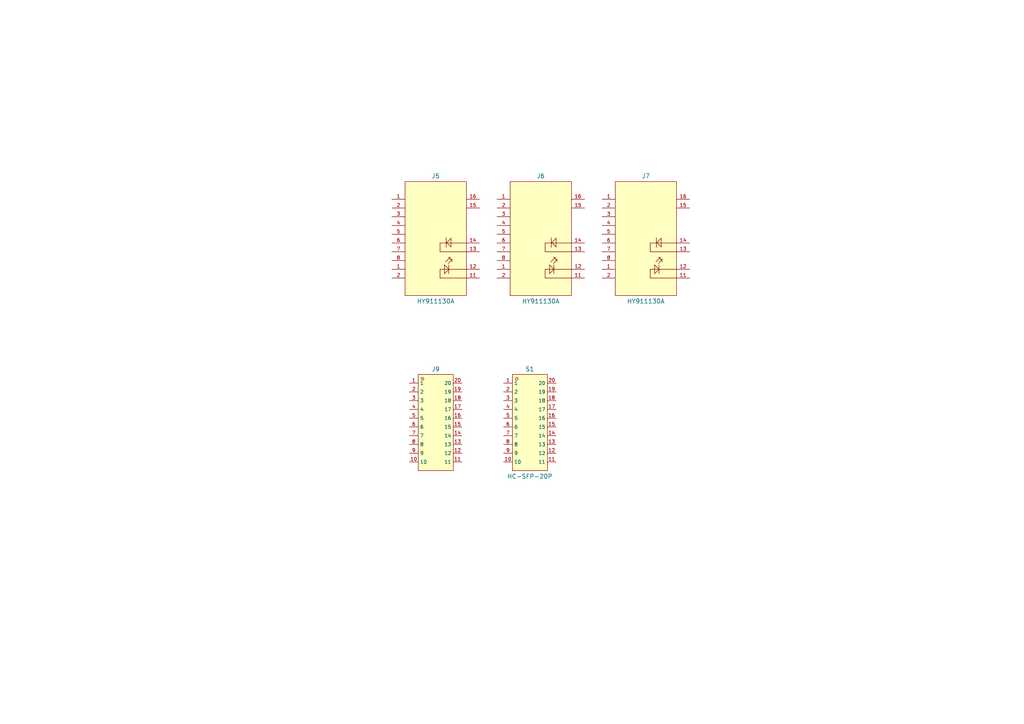
<source format=kicad_sch>
(kicad_sch (version 20230121) (generator eeschema)
  (paper "A4")
  (lib_symbols
    (symbol "RJ45_MAGJACK:HY911130A" (pin_names hide)
      (property "Reference" "J" (at -7.62 17.78 0))
      (property "Value" "HY911130A" (at -3.81 -17.78 0))
      (symbol "HY911130A_0_1"
        (rectangle (start -8.89 16.51) (end 8.89 -16.51) (fill (type background)))
        (polyline (pts (xy 1.27 -11.43) (xy 7.62 -11.43)))
        (polyline (pts (xy 1.27 -8.89) (xy 1.27 -11.43)))
        (polyline (pts (xy 1.27 -3.81) (xy 7.62 -3.81)))
        (polyline (pts (xy 1.27 -1.27) (xy 1.27 -3.81)))
        (polyline (pts (xy 2.54 -10.16) (xy 3.81 -8.89)))
        (polyline (pts (xy 2.54 -7.62) (xy 2.54 -10.16)))
        (polyline (pts (xy 2.921 -6.731) (xy 4.191 -5.461)))
        (polyline (pts (xy 3.048 -2.54) (xy 3.048 0.254)))
        (polyline (pts (xy 3.175 -1.143) (xy 4.445 -2.413)))
        (polyline (pts (xy 3.683 -7.239) (xy 4.699 -5.969)))
        (polyline (pts (xy 3.81 -8.89) (xy 2.54 -7.62)))
        (polyline (pts (xy 3.81 -7.62) (xy 3.81 -10.16)))
        (polyline (pts (xy 4.191 -5.461) (xy 3.683 -5.461)))
        (polyline (pts (xy 4.191 -5.461) (xy 4.191 -5.969)))
        (polyline (pts (xy 4.445 -2.413) (xy 4.445 0.127)))
        (polyline (pts (xy 4.445 0.127) (xy 3.175 -1.143)))
        (polyline (pts (xy 4.699 -5.969) (xy 4.191 -5.969)))
        (polyline (pts (xy 4.699 -5.969) (xy 4.699 -6.731)))
        (polyline (pts (xy 7.62 -8.89) (xy 1.27 -8.89)))
        (polyline (pts (xy 7.62 -1.27) (xy 1.27 -1.27)))
        (polyline (pts (xy 8.89 -11.43) (xy 7.62 -11.43)))
        (polyline (pts (xy 8.89 -8.89) (xy 7.62 -8.89)))
        (polyline (pts (xy 8.89 -3.81) (xy 7.62 -3.81)))
        (polyline (pts (xy 8.89 -1.27) (xy 7.62 -1.27)))
        (pin unspecified line (at -12.7 11.43 0) (length 3.81) (name "1") (number "1"))
        (pin unspecified line (at -12.7 -8.89 0) (length 3.81) (name "9") (number "1"))
        (pin unspecified line (at 12.7 -11.43 180) (length 3.81) (name "11") (number "11"))
        (pin unspecified line (at 12.7 -8.89 180) (length 3.81) (name "12") (number "12"))
        (pin unspecified line (at 12.7 -3.81 180) (length 3.81) (name "13") (number "13"))
        (pin unspecified line (at 12.7 -1.27 180) (length 3.81) (name "14") (number "14"))
        (pin unspecified line (at 12.7 8.89 180) (length 3.81) (name "SH") (number "15"))
        (pin unspecified line (at 12.7 11.43 180) (length 3.81) (name "SH") (number "16"))
        (pin unspecified line (at -12.7 -11.43 0) (length 3.81) (name "10") (number "2"))
        (pin unspecified line (at -12.7 8.89 0) (length 3.81) (name "2") (number "2"))
        (pin unspecified line (at -12.7 6.35 0) (length 3.81) (name "3") (number "3"))
        (pin unspecified line (at -12.7 3.81 0) (length 3.81) (name "4") (number "4"))
        (pin unspecified line (at -12.7 1.27 0) (length 3.81) (name "5") (number "5"))
        (pin unspecified line (at -12.7 -1.27 0) (length 3.81) (name "6") (number "6"))
        (pin unspecified line (at -12.7 -3.81 0) (length 3.81) (name "7") (number "7"))
        (pin unspecified line (at -12.7 -6.35 0) (length 3.81) (name "8") (number "8"))
      )
    )
    (symbol "SFP_CAGE:HC-SFP-01L"
      (property "Reference" "J" (at 0 1.27 0))
      (symbol "HC-SFP-01L_0_1"
        (rectangle (start -5.08 13.97) (end 5.08 -13.97) (fill (type background)))
        (circle (center -3.81 12.7) (radius 0.381) (fill (type background)))
        (pin unspecified line (at -7.62 11.43 0) (length 2.54) (name "1") (number "1"))
        (pin unspecified line (at -7.62 -11.43 0) (length 2.54) (name "10") (number "10"))
        (pin unspecified line (at 7.62 -11.43 180) (length 2.54) (name "11") (number "11"))
        (pin unspecified line (at 7.62 -8.89 180) (length 2.54) (name "12") (number "12"))
        (pin unspecified line (at 7.62 -6.35 180) (length 2.54) (name "13") (number "13"))
        (pin unspecified line (at 7.62 -3.81 180) (length 2.54) (name "14") (number "14"))
        (pin unspecified line (at 7.62 -1.27 180) (length 2.54) (name "15") (number "15"))
        (pin unspecified line (at 7.62 1.27 180) (length 2.54) (name "16") (number "16"))
        (pin unspecified line (at 7.62 3.81 180) (length 2.54) (name "17") (number "17"))
        (pin unspecified line (at 7.62 6.35 180) (length 2.54) (name "18") (number "18"))
        (pin unspecified line (at 7.62 8.89 180) (length 2.54) (name "19") (number "19"))
        (pin unspecified line (at -7.62 8.89 0) (length 2.54) (name "2") (number "2"))
        (pin unspecified line (at 7.62 11.43 180) (length 2.54) (name "20") (number "20"))
        (pin unspecified line (at -7.62 6.35 0) (length 2.54) (name "3") (number "3"))
        (pin unspecified line (at -7.62 3.81 0) (length 2.54) (name "4") (number "4"))
        (pin unspecified line (at -7.62 1.27 0) (length 2.54) (name "5") (number "5"))
        (pin unspecified line (at -7.62 -1.27 0) (length 2.54) (name "6") (number "6"))
        (pin unspecified line (at -7.62 -3.81 0) (length 2.54) (name "7") (number "7"))
        (pin unspecified line (at -7.62 -6.35 0) (length 2.54) (name "8") (number "8"))
        (pin unspecified line (at -7.62 -8.89 0) (length 2.54) (name "9") (number "9"))
      )
    )
    (symbol "SFP_Connector:HC-SFP-20P"
      (property "Reference" "S" (at 0 1.27 0))
      (property "Value" "HC-SFP-20P" (at 0 -2.54 0))
      (symbol "HC-SFP-20P_0_1"
        (rectangle (start -5.08 13.97) (end 5.08 -13.97) (fill (type background)))
        (circle (center -3.81 12.7) (radius 0.381) (fill (type background)))
        (pin unspecified line (at -7.62 11.43 0) (length 2.54) (name "1") (number "1"))
        (pin unspecified line (at -7.62 -11.43 0) (length 2.54) (name "10") (number "10"))
        (pin unspecified line (at 7.62 -11.43 180) (length 2.54) (name "11") (number "11"))
        (pin unspecified line (at 7.62 -8.89 180) (length 2.54) (name "12") (number "12"))
        (pin unspecified line (at 7.62 -6.35 180) (length 2.54) (name "13") (number "13"))
        (pin unspecified line (at 7.62 -3.81 180) (length 2.54) (name "14") (number "14"))
        (pin unspecified line (at 7.62 -1.27 180) (length 2.54) (name "15") (number "15"))
        (pin unspecified line (at 7.62 1.27 180) (length 2.54) (name "16") (number "16"))
        (pin unspecified line (at 7.62 3.81 180) (length 2.54) (name "17") (number "17"))
        (pin unspecified line (at 7.62 6.35 180) (length 2.54) (name "18") (number "18"))
        (pin unspecified line (at 7.62 8.89 180) (length 2.54) (name "19") (number "19"))
        (pin unspecified line (at -7.62 8.89 0) (length 2.54) (name "2") (number "2"))
        (pin unspecified line (at 7.62 11.43 180) (length 2.54) (name "20") (number "20"))
        (pin unspecified line (at -7.62 6.35 0) (length 2.54) (name "3") (number "3"))
        (pin unspecified line (at -7.62 3.81 0) (length 2.54) (name "4") (number "4"))
        (pin unspecified line (at -7.62 1.27 0) (length 2.54) (name "5") (number "5"))
        (pin unspecified line (at -7.62 -1.27 0) (length 2.54) (name "6") (number "6"))
        (pin unspecified line (at -7.62 -3.81 0) (length 2.54) (name "7") (number "7"))
        (pin unspecified line (at -7.62 -6.35 0) (length 2.54) (name "8") (number "8"))
        (pin unspecified line (at -7.62 -8.89 0) (length 2.54) (name "9") (number "9"))
      )
    )
  )
  (symbol (lib_id "RJ45_MAGJACK:HY911130A") (at 126.365 69.215 0) (unit 1)
    (property "Reference" "J5" (at 126.365 51.054 0))
    (property "Value" "HY911130A" (at 126.365 87.376 0))
    (property "Footprint" "RJ45_MAGJACK:RJ45_MAGJACK_HY911130A" (effects hide))
    (property "Datasheet" "https://item.szlcsc.com/56706.html" (effects hide))
    (property "LCSC" "C55679" (effects hide))
  )
  (symbol (lib_id "RJ45_MAGJACK:HY911130A") (at 156.845 69.215 0) (unit 1)
    (property "Reference" "J6" (at 156.845 51.054 0))
    (property "Value" "HY911130A" (at 156.845 87.376 0))
    (property "Footprint" "RJ45_MAGJACK:RJ45_MAGJACK_HY911130A" (effects hide))
    (property "Datasheet" "https://item.szlcsc.com/56706.html" (effects hide))
    (property "LCSC" "C55679" (effects hide))
  )
  (symbol (lib_id "SFP_Connector:HC-SFP-20P") (at 153.67 122.555 0) (unit 1)
    (property "Reference" "S1" (at 153.67 107.061 0))
    (property "Value" "HC-SFP-20P" (at 153.67 138.176 0))
    (property "Footprint" "SFP_Connector:SFP_Connector" (effects hide))
    (property "Datasheet" "https://atta.szlcsc.com/upload/public/pdf/source/20210914/BA7BB8E5B2F161D6EB896D34EBE70234.pdf" (effects hide))
    (property "LCSC" "C2897291" (effects hide))
  )
  (symbol (lib_id "RJ45_MAGJACK:HY911130A") (at 187.325 69.215 0) (unit 1)
    (property "Reference" "J7" (at 187.325 51.054 0))
    (property "Value" "HY911130A" (at 187.325 87.376 0))
    (property "Footprint" "RJ45_MAGJACK:RJ45_MAGJACK_HY911130A" (effects hide))
    (property "Datasheet" "https://item.szlcsc.com/56706.html" (effects hide))
    (property "LCSC" "C55679" (effects hide))
  )
  (symbol (lib_id "SFP_CAGE:HC-SFP-01L") (at 126.365 122.555 0) (unit 1)
    (property "Reference" "J9" (at 126.365 107.061 0))
    (property "Value" "HC-SFP-01L" (effects hide))
    (property "Footprint" "SFP_CAGE:TH_HC-SFP-01L" (effects hide))
    (property "Datasheet" "https://atta.szlcsc.com/upload/public/pdf/source/20210914/D263BD6202628DAF148611CD07FFF2AC.pdf" (effects hide))
    (property "LCSC" "C2897292" (effects hide))
  )
)
</source>
